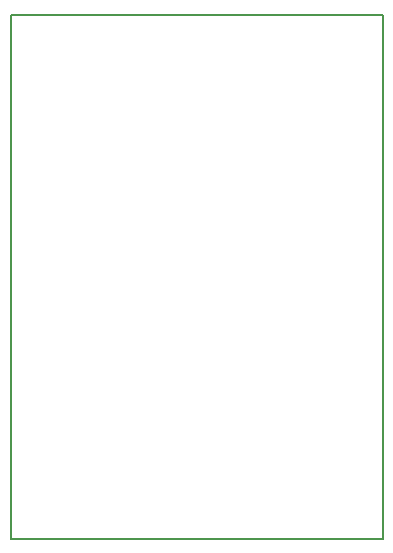
<source format=gm1>
G04 MADE WITH FRITZING*
G04 WWW.FRITZING.ORG*
G04 DOUBLE SIDED*
G04 HOLES PLATED*
G04 CONTOUR ON CENTER OF CONTOUR VECTOR*
%ASAXBY*%
%FSLAX23Y23*%
%MOIN*%
%OFA0B0*%
%SFA1.0B1.0*%
%ADD10R,1.248220X1.754770*%
%ADD11C,0.008000*%
%ADD10C,0.008*%
%LNCONTOUR*%
G90*
G70*
G54D10*
G54D11*
X4Y1751D02*
X1244Y1751D01*
X1244Y4D01*
X4Y4D01*
X4Y1751D01*
D02*
G04 End of contour*
M02*
</source>
